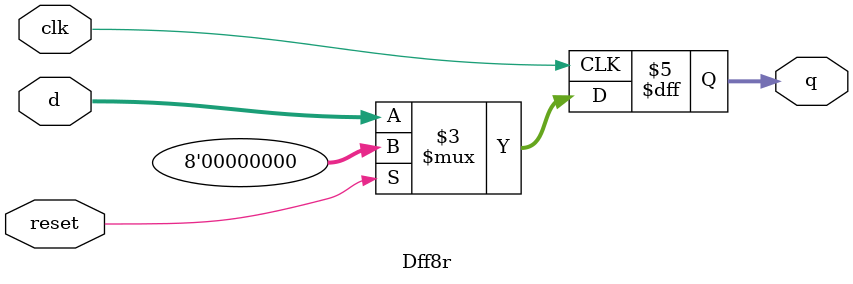
<source format=v>
module Dff8r(

    input clk,
    input reset,    //sync
    input [7:0] d,
    output [7:0] q

);

    reg [7:0] q;

    always @(posedge clk) begin

        if (reset) q <= 8'b0;
        else       q <= d;

    end

endmodule
</source>
